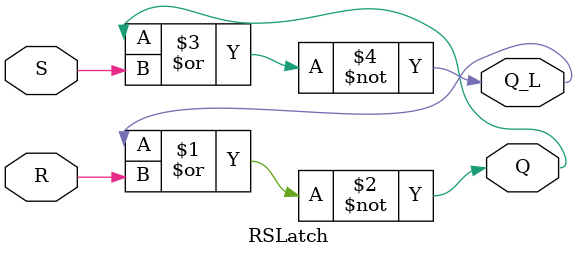
<source format=v>
`timescale 1ns / 1ps
module RSLatch(
    input R,
    input S,
    output Q,
    output Q_L
    );

	 assign #10 Q = ~(Q_L | R);
	 assign #10 Q_L = ~(Q | S);
	 
endmodule

</source>
